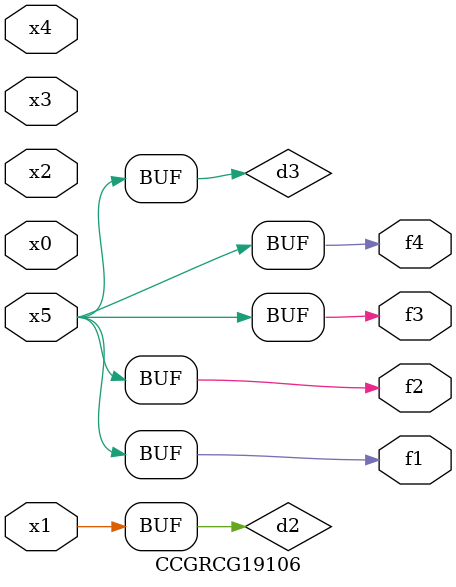
<source format=v>
module CCGRCG19106(
	input x0, x1, x2, x3, x4, x5,
	output f1, f2, f3, f4
);

	wire d1, d2, d3;

	not (d1, x5);
	or (d2, x1);
	xnor (d3, d1);
	assign f1 = d3;
	assign f2 = d3;
	assign f3 = d3;
	assign f4 = d3;
endmodule

</source>
